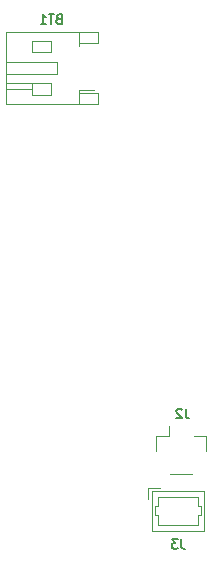
<source format=gbr>
%TF.GenerationSoftware,KiCad,Pcbnew,8.0.6*%
%TF.CreationDate,2024-11-04T21:33:26+05:30*%
%TF.ProjectId,Berrythe,42657272-7974-4686-952e-6b696361645f,rev?*%
%TF.SameCoordinates,Original*%
%TF.FileFunction,Legend,Bot*%
%TF.FilePolarity,Positive*%
%FSLAX46Y46*%
G04 Gerber Fmt 4.6, Leading zero omitted, Abs format (unit mm)*
G04 Created by KiCad (PCBNEW 8.0.6) date 2024-11-04 21:33:26*
%MOMM*%
%LPD*%
G01*
G04 APERTURE LIST*
%ADD10C,0.180000*%
%ADD11C,0.120000*%
G04 APERTURE END LIST*
D10*
X96359999Y-119371482D02*
X96359999Y-119928625D01*
X96359999Y-119928625D02*
X96397142Y-120040054D01*
X96397142Y-120040054D02*
X96471428Y-120114340D01*
X96471428Y-120114340D02*
X96582856Y-120151482D01*
X96582856Y-120151482D02*
X96657142Y-120151482D01*
X96025713Y-119445768D02*
X95988570Y-119408625D01*
X95988570Y-119408625D02*
X95914285Y-119371482D01*
X95914285Y-119371482D02*
X95728570Y-119371482D01*
X95728570Y-119371482D02*
X95654285Y-119408625D01*
X95654285Y-119408625D02*
X95617142Y-119445768D01*
X95617142Y-119445768D02*
X95579999Y-119520054D01*
X95579999Y-119520054D02*
X95579999Y-119594340D01*
X95579999Y-119594340D02*
X95617142Y-119705768D01*
X95617142Y-119705768D02*
X96062856Y-120151482D01*
X96062856Y-120151482D02*
X95579999Y-120151482D01*
X95979999Y-130421482D02*
X95979999Y-130978625D01*
X95979999Y-130978625D02*
X96017142Y-131090054D01*
X96017142Y-131090054D02*
X96091428Y-131164340D01*
X96091428Y-131164340D02*
X96202856Y-131201482D01*
X96202856Y-131201482D02*
X96277142Y-131201482D01*
X95682856Y-130421482D02*
X95199999Y-130421482D01*
X95199999Y-130421482D02*
X95459999Y-130718625D01*
X95459999Y-130718625D02*
X95348570Y-130718625D01*
X95348570Y-130718625D02*
X95274285Y-130755768D01*
X95274285Y-130755768D02*
X95237142Y-130792911D01*
X95237142Y-130792911D02*
X95199999Y-130867197D01*
X95199999Y-130867197D02*
X95199999Y-131052911D01*
X95199999Y-131052911D02*
X95237142Y-131127197D01*
X95237142Y-131127197D02*
X95274285Y-131164340D01*
X95274285Y-131164340D02*
X95348570Y-131201482D01*
X95348570Y-131201482D02*
X95571427Y-131201482D01*
X95571427Y-131201482D02*
X95645713Y-131164340D01*
X95645713Y-131164340D02*
X95682856Y-131127197D01*
X85612856Y-86342911D02*
X85501428Y-86380054D01*
X85501428Y-86380054D02*
X85464285Y-86417197D01*
X85464285Y-86417197D02*
X85427142Y-86491482D01*
X85427142Y-86491482D02*
X85427142Y-86602911D01*
X85427142Y-86602911D02*
X85464285Y-86677197D01*
X85464285Y-86677197D02*
X85501428Y-86714340D01*
X85501428Y-86714340D02*
X85575713Y-86751482D01*
X85575713Y-86751482D02*
X85872856Y-86751482D01*
X85872856Y-86751482D02*
X85872856Y-85971482D01*
X85872856Y-85971482D02*
X85612856Y-85971482D01*
X85612856Y-85971482D02*
X85538571Y-86008625D01*
X85538571Y-86008625D02*
X85501428Y-86045768D01*
X85501428Y-86045768D02*
X85464285Y-86120054D01*
X85464285Y-86120054D02*
X85464285Y-86194340D01*
X85464285Y-86194340D02*
X85501428Y-86268625D01*
X85501428Y-86268625D02*
X85538571Y-86305768D01*
X85538571Y-86305768D02*
X85612856Y-86342911D01*
X85612856Y-86342911D02*
X85872856Y-86342911D01*
X85204285Y-85971482D02*
X84758571Y-85971482D01*
X84981428Y-86751482D02*
X84981428Y-85971482D01*
X84089999Y-86751482D02*
X84535713Y-86751482D01*
X84312856Y-86751482D02*
X84312856Y-85971482D01*
X84312856Y-85971482D02*
X84387142Y-86082911D01*
X84387142Y-86082911D02*
X84461427Y-86157197D01*
X84461427Y-86157197D02*
X84535713Y-86194340D01*
D11*
%TO.C,J2*%
X93890000Y-121665000D02*
X93890000Y-122965000D01*
X94940000Y-120825000D02*
X94940000Y-121665000D01*
X94940000Y-121665000D02*
X93890000Y-121665000D01*
X96940000Y-124885000D02*
X95060000Y-124885000D01*
X97060000Y-121665000D02*
X98110000Y-121665000D01*
X98110000Y-121665000D02*
X98110000Y-122965000D01*
%TO.C,J3*%
X93200000Y-127050000D02*
X93200000Y-126050000D01*
X93490000Y-126340000D02*
X93490000Y-129760000D01*
X93490000Y-129760000D02*
X97960000Y-129760000D01*
X93800000Y-127600000D02*
X94000000Y-127600000D01*
X93800000Y-128400000D02*
X93800000Y-127600000D01*
X94000000Y-126850000D02*
X95725000Y-126850000D01*
X94000000Y-127600000D02*
X94000000Y-126850000D01*
X94000000Y-128400000D02*
X93800000Y-128400000D01*
X94000000Y-129250000D02*
X94000000Y-128400000D01*
X94200000Y-126050000D02*
X93200000Y-126050000D01*
X95725000Y-129250000D02*
X94000000Y-129250000D01*
X95725000Y-129250000D02*
X97450000Y-129250000D01*
X97450000Y-126850000D02*
X95725000Y-126850000D01*
X97450000Y-127600000D02*
X97450000Y-126850000D01*
X97450000Y-128400000D02*
X97650000Y-128400000D01*
X97450000Y-129250000D02*
X97450000Y-128400000D01*
X97650000Y-127600000D02*
X97450000Y-127600000D01*
X97650000Y-128400000D02*
X97650000Y-127600000D01*
X97960000Y-126340000D02*
X93490000Y-126340000D01*
X97960000Y-129760000D02*
X97960000Y-126340000D01*
%TO.C,BT1*%
X81140000Y-87440000D02*
X81140000Y-93560000D01*
X81140000Y-90000000D02*
X85500000Y-90000000D01*
X81140000Y-91800000D02*
X83400000Y-91800000D01*
X81140000Y-92300000D02*
X83400000Y-92300000D01*
X81140000Y-93560000D02*
X88960000Y-93560000D01*
X83400000Y-88200000D02*
X85000000Y-88200000D01*
X83400000Y-89200000D02*
X83400000Y-88200000D01*
X83400000Y-91800000D02*
X83400000Y-92800000D01*
X83400000Y-92800000D02*
X85000000Y-92800000D01*
X85000000Y-88200000D02*
X85000000Y-89200000D01*
X85000000Y-89200000D02*
X83400000Y-89200000D01*
X85000000Y-91800000D02*
X83400000Y-91800000D01*
X85000000Y-92800000D02*
X85000000Y-91800000D01*
X85500000Y-90000000D02*
X85500000Y-91000000D01*
X85500000Y-91000000D02*
X81140000Y-91000000D01*
X87360000Y-88360000D02*
X87360000Y-87440000D01*
X87360000Y-88360000D02*
X88960000Y-88360000D01*
X87360000Y-88640000D02*
X87360000Y-88360000D01*
X87360000Y-92640000D02*
X87360000Y-92360000D01*
X87360000Y-92640000D02*
X87360000Y-93560000D01*
X88575000Y-92360000D02*
X87360000Y-92360000D01*
X88960000Y-87440000D02*
X81140000Y-87440000D01*
X88960000Y-88360000D02*
X88960000Y-87440000D01*
X88960000Y-92640000D02*
X87360000Y-92640000D01*
X88960000Y-93560000D02*
X88960000Y-92640000D01*
%TD*%
M02*

</source>
